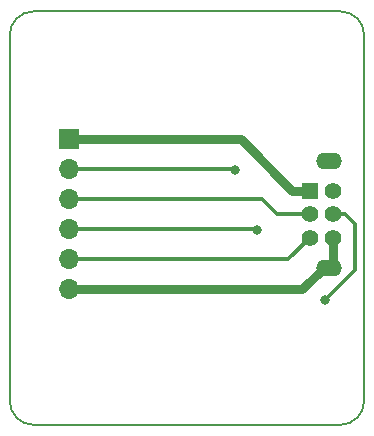
<source format=gbr>
G04 #@! TF.GenerationSoftware,KiCad,Pcbnew,5.0.2-bee76a0~70~ubuntu18.10.1*
G04 #@! TF.CreationDate,2019-01-14T00:12:33+02:00*
G04 #@! TF.ProjectId,GB-BRK-LINK-B,47422d42-524b-42d4-9c49-4e4b2d422e6b,v1.0*
G04 #@! TF.SameCoordinates,Original*
G04 #@! TF.FileFunction,Copper,L1,Top*
G04 #@! TF.FilePolarity,Positive*
%FSLAX46Y46*%
G04 Gerber Fmt 4.6, Leading zero omitted, Abs format (unit mm)*
G04 Created by KiCad (PCBNEW 5.0.2-bee76a0~70~ubuntu18.10.1) date ma 14. tammikuuta 2019 00.12.33*
%MOMM*%
%LPD*%
G01*
G04 APERTURE LIST*
G04 #@! TA.AperFunction,NonConductor*
%ADD10C,0.150000*%
G04 #@! TD*
G04 #@! TA.AperFunction,ComponentPad*
%ADD11C,1.400000*%
G04 #@! TD*
G04 #@! TA.AperFunction,ComponentPad*
%ADD12R,1.400000X1.400000*%
G04 #@! TD*
G04 #@! TA.AperFunction,ComponentPad*
%ADD13O,2.200000X1.400000*%
G04 #@! TD*
G04 #@! TA.AperFunction,ComponentPad*
%ADD14R,1.700000X1.700000*%
G04 #@! TD*
G04 #@! TA.AperFunction,ComponentPad*
%ADD15O,1.700000X1.700000*%
G04 #@! TD*
G04 #@! TA.AperFunction,ViaPad*
%ADD16C,0.800000*%
G04 #@! TD*
G04 #@! TA.AperFunction,Conductor*
%ADD17C,0.800000*%
G04 #@! TD*
G04 #@! TA.AperFunction,Conductor*
%ADD18C,0.300000*%
G04 #@! TD*
G04 APERTURE END LIST*
D10*
X52000000Y-85000000D02*
G75*
G02X50000000Y-83000000I0J2000000D01*
G01*
X80000000Y-83000000D02*
G75*
G02X78000000Y-85000000I-2000000J0D01*
G01*
X78000000Y-50000000D02*
G75*
G02X80000000Y-52000000I0J-2000000D01*
G01*
X50000000Y-52000000D02*
G75*
G02X52000000Y-50000000I2000000J0D01*
G01*
X52000000Y-85000000D02*
X78000000Y-85000000D01*
X80000000Y-52000000D02*
X80000000Y-83000000D01*
X52000000Y-50000000D02*
X78000000Y-50000000D01*
X50000000Y-52000000D02*
X50000000Y-83000000D01*
D11*
G04 #@! TO.P,J2,6*
G04 #@! TO.N,/GND*
X77400000Y-69200000D03*
G04 #@! TO.P,J2,5*
G04 #@! TO.N,Net-(J1-Pad5)*
X75400000Y-69200000D03*
G04 #@! TO.P,J2,4*
G04 #@! TO.N,Net-(J1-Pad4)*
X77400000Y-67200000D03*
G04 #@! TO.P,J2,3*
G04 #@! TO.N,Net-(J1-Pad3)*
X75400000Y-67200000D03*
G04 #@! TO.P,J2,2*
G04 #@! TO.N,Net-(J1-Pad2)*
X77400000Y-65200000D03*
D12*
G04 #@! TO.P,J2,1*
G04 #@! TO.N,Net-(J1-Pad1)*
X75400000Y-65200000D03*
D13*
G04 #@! TO.P,J2,SH*
G04 #@! TO.N,/GND*
X77000000Y-71700000D03*
X77000000Y-62700000D03*
G04 #@! TD*
D14*
G04 #@! TO.P,J1,1*
G04 #@! TO.N,Net-(J1-Pad1)*
X55000000Y-60850000D03*
D15*
G04 #@! TO.P,J1,2*
G04 #@! TO.N,Net-(J1-Pad2)*
X55000000Y-63390000D03*
G04 #@! TO.P,J1,3*
G04 #@! TO.N,Net-(J1-Pad3)*
X55000000Y-65930000D03*
G04 #@! TO.P,J1,4*
G04 #@! TO.N,Net-(J1-Pad4)*
X55000000Y-68470000D03*
G04 #@! TO.P,J1,5*
G04 #@! TO.N,Net-(J1-Pad5)*
X55000000Y-71010000D03*
G04 #@! TO.P,J1,6*
G04 #@! TO.N,/GND*
X55000000Y-73550000D03*
G04 #@! TD*
D16*
G04 #@! TO.N,Net-(J1-Pad2)*
X69100000Y-63400000D03*
G04 #@! TO.N,Net-(J1-Pad4)*
X76700000Y-74400000D03*
X70900000Y-68500000D03*
G04 #@! TD*
D17*
G04 #@! TO.N,Net-(J1-Pad1)*
X69550000Y-60850000D02*
X55000000Y-60850000D01*
X75400000Y-65200000D02*
X73900000Y-65200000D01*
X73900000Y-65200000D02*
X69550000Y-60850000D01*
D18*
G04 #@! TO.N,Net-(J1-Pad2)*
X77400000Y-65050000D02*
X77400000Y-65260002D01*
X69090000Y-63390000D02*
X69100000Y-63400000D01*
X55000000Y-63390000D02*
X69090000Y-63390000D01*
G04 #@! TO.N,Net-(J1-Pad3)*
X75400000Y-67200000D02*
X72600000Y-67200000D01*
X71330000Y-65930000D02*
X55000000Y-65930000D01*
X72600000Y-67200000D02*
X71330000Y-65930000D01*
G04 #@! TO.N,Net-(J1-Pad4)*
X77400000Y-67550000D02*
X77102002Y-67550000D01*
X78389949Y-67200000D02*
X79200000Y-68010051D01*
X77400000Y-67200000D02*
X78389949Y-67200000D01*
X79200000Y-68010051D02*
X79200000Y-71900000D01*
X79200000Y-71900000D02*
X76700000Y-74400000D01*
X55000000Y-68470000D02*
X70870000Y-68470000D01*
X70870000Y-68470000D02*
X70900000Y-68500000D01*
G04 #@! TO.N,Net-(J1-Pad5)*
X73590000Y-71010000D02*
X55000000Y-71010000D01*
X75400000Y-69200000D02*
X73590000Y-71010000D01*
D17*
G04 #@! TO.N,/GND*
X76600000Y-71700000D02*
X77000000Y-71700000D01*
X74750000Y-73550000D02*
X76600000Y-71700000D01*
X55000000Y-73550000D02*
X74750000Y-73550000D01*
X77400000Y-71300000D02*
X77000000Y-71700000D01*
X77400000Y-69200000D02*
X77400000Y-71300000D01*
G04 #@! TD*
M02*

</source>
